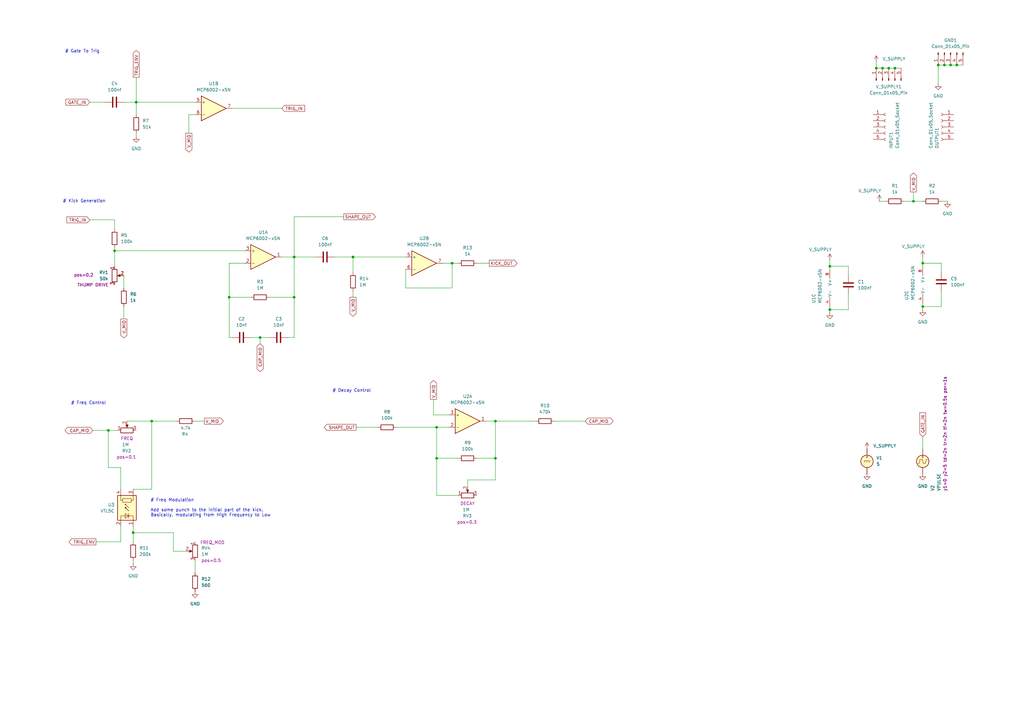
<source format=kicad_sch>
(kicad_sch (version 20231120) (generator "eeschema") (generator_version "8.0")
  (paper "A3")
  (lib_symbols
    (symbol "Amplifier_Operational:MCP6002-xSN" (pin_names (offset 0.127))
      (property "Reference" "U" (at 0 5.08 0))
      (property "Value" "MCP6002-xSN" (at 0 -5.08 0))
      (symbol "MCP6002-xSN_1_1"
        (polyline (pts (xy -5.08 5.08) (xy 5.08 0) (xy -5.08 -5.08) (xy -5.08 5.08)) (stroke (width 0.254)) (fill (type background)))
        (pin output line (at 7.62 0 180) (length 2.54) (name "~") (number "1"))
        (pin input line (at -7.62 -2.54 0) (length 2.54) (name "-") (number "2"))
        (pin input line (at -7.62 2.54 0) (length 2.54) (name "+") (number "3"))
      )
      (symbol "MCP6002-xSN_2_1"
        (polyline (pts (xy -5.08 5.08) (xy 5.08 0) (xy -5.08 -5.08) (xy -5.08 5.08)) (stroke (width 0.254)) (fill (type background)))
        (pin input line (at -7.62 2.54 0) (length 2.54) (name "+") (number "5"))
        (pin input line (at -7.62 -2.54 0) (length 2.54) (name "-") (number "6"))
        (pin output line (at 7.62 0 180) (length 2.54) (name "~") (number "7"))
      )
      (symbol "MCP6002-xSN_3_1"
        (pin power_in line (at -2.54 -7.62 90) (length 3.81) (name "V-") (number "4"))
        (pin power_in line (at -2.54 7.62 270) (length 3.81) (name "V+") (number "8"))
      )
    )
    (symbol "Connector:Conn_01x05_Pin" (pin_names (offset 1.016) hide)
      (property "Reference" "J" (at 0 7.62 0))
      (property "Value" "Conn_01x05_Pin" (at 0 -7.62 0))
      (symbol "Conn_01x05_Pin_1_1"
        (polyline (pts (xy 1.27 -5.08) (xy 0.8636 -5.08)) (stroke (width 0.1524)))
        (polyline (pts (xy 1.27 -2.54) (xy 0.8636 -2.54)) (stroke (width 0.1524)))
        (polyline (pts (xy 1.27 0) (xy 0.8636 0)) (stroke (width 0.1524)))
        (polyline (pts (xy 1.27 2.54) (xy 0.8636 2.54)) (stroke (width 0.1524)))
        (polyline (pts (xy 1.27 5.08) (xy 0.8636 5.08)) (stroke (width 0.1524)))
        (rectangle (start 0.8636 -4.953) (end 0 -5.207) (stroke (width 0.1524)) (fill (type outline)))
        (rectangle (start 0.8636 -2.413) (end 0 -2.667) (stroke (width 0.1524)) (fill (type outline)))
        (rectangle (start 0.8636 0.127) (end 0 -0.127) (stroke (width 0.1524)) (fill (type outline)))
        (rectangle (start 0.8636 2.667) (end 0 2.413) (stroke (width 0.1524)) (fill (type outline)))
        (rectangle (start 0.8636 5.207) (end 0 4.953) (stroke (width 0.1524)) (fill (type outline)))
        (pin passive line (at 5.08 5.08 180) (length 3.81) (name "Pin_1") (number "1"))
        (pin passive line (at 5.08 2.54 180) (length 3.81) (name "Pin_2") (number "2"))
        (pin passive line (at 5.08 0 180) (length 3.81) (name "Pin_3") (number "3"))
        (pin passive line (at 5.08 -2.54 180) (length 3.81) (name "Pin_4") (number "4"))
        (pin passive line (at 5.08 -5.08 180) (length 3.81) (name "Pin_5") (number "5"))
      )
    )
    (symbol "Connector:Conn_01x05_Socket" (pin_names (offset 1.016) hide)
      (property "Reference" "J" (at 0 7.62 0))
      (property "Value" "Conn_01x05_Socket" (at 0 -7.62 0))
      (symbol "Conn_01x05_Socket_1_1"
        (arc (start 0 -4.572) (mid -0.5058 -5.08) (end 0 -5.588) (stroke (width 0.1524)))
        (arc (start 0 -2.032) (mid -0.5058 -2.54) (end 0 -3.048) (stroke (width 0.1524)))
        (polyline (pts (xy -1.27 -5.08) (xy -0.508 -5.08)) (stroke (width 0.1524)))
        (polyline (pts (xy -1.27 -2.54) (xy -0.508 -2.54)) (stroke (width 0.1524)))
        (polyline (pts (xy -1.27 0) (xy -0.508 0)) (stroke (width 0.1524)))
        (polyline (pts (xy -1.27 2.54) (xy -0.508 2.54)) (stroke (width 0.1524)))
        (polyline (pts (xy -1.27 5.08) (xy -0.508 5.08)) (stroke (width 0.1524)))
        (arc (start 0 0.508) (mid -0.5058 0) (end 0 -0.508) (stroke (width 0.1524)))
        (arc (start 0 3.048) (mid -0.5058 2.54) (end 0 2.032) (stroke (width 0.1524)))
        (arc (start 0 5.588) (mid -0.5058 5.08) (end 0 4.572) (stroke (width 0.1524)))
        (pin passive line (at -5.08 5.08 0) (length 3.81) (name "Pin_1") (number "1"))
        (pin passive line (at -5.08 2.54 0) (length 3.81) (name "Pin_2") (number "2"))
        (pin passive line (at -5.08 0 0) (length 3.81) (name "Pin_3") (number "3"))
        (pin passive line (at -5.08 -2.54 0) (length 3.81) (name "Pin_4") (number "4"))
        (pin passive line (at -5.08 -5.08 0) (length 3.81) (name "Pin_5") (number "5"))
      )
    )
    (symbol "Device:C" (pin_numbers hide) (pin_names (offset 0.254))
      (property "Reference" "C" (at 0.635 2.54 0))
      (property "Value" "C" (at 0.635 -2.54 0))
      (symbol "C_0_1"
        (polyline (pts (xy -2.032 -0.762) (xy 2.032 -0.762)) (stroke (width 0.508)))
        (polyline (pts (xy -2.032 0.762) (xy 2.032 0.762)) (stroke (width 0.508)))
      )
      (symbol "C_1_1"
        (pin passive line (at 0 3.81 270) (length 2.794) (name "~") (number "1"))
        (pin passive line (at 0 -3.81 90) (length 2.794) (name "~") (number "2"))
      )
    )
    (symbol "Device:R" (pin_numbers hide) (pin_names (offset 0))
      (property "Reference" "R" (at 2.032 0 90))
      (property "Value" "R" (at 0 0 90))
      (symbol "R_0_1"
        (rectangle (start -1.016 -2.54) (end 1.016 2.54) (stroke (width 0.254)))
      )
      (symbol "R_1_1"
        (pin passive line (at 0 3.81 270) (length 1.27) (name "~") (number "1"))
        (pin passive line (at 0 -3.81 90) (length 1.27) (name "~") (number "2"))
      )
    )
    (symbol "Device:R_Potentiometer" (pin_names (offset 1.016) hide)
      (property "Reference" "RV" (at -4.445 0 90))
      (property "Value" "R_Potentiometer" (at -2.54 0 90))
      (symbol "R_Potentiometer_0_1"
        (polyline (pts (xy 2.54 0) (xy 1.524 0)))
        (polyline (pts (xy 1.143 0) (xy 2.286 0.508) (xy 2.286 -0.508) (xy 1.143 0)) (fill (type outline)))
        (rectangle (start 1.016 2.54) (end -1.016 -2.54) (stroke (width 0.254)))
      )
      (symbol "R_Potentiometer_1_1"
        (pin passive line (at 0 3.81 270) (length 1.27) (name "1") (number "1"))
        (pin passive line (at 3.81 0 180) (length 1.27) (name "2") (number "2"))
        (pin passive line (at 0 -3.81 90) (length 1.27) (name "3") (number "3"))
      )
    )
    (symbol "Isolator:VTL5C" (pin_names (offset 1.016) hide)
      (property "Reference" "U" (at 0 5.08 0))
      (property "Value" "VTL5C" (at 0 -5.08 0))
      (symbol "VTL5C_0_1"
        (rectangle (start -5.08 3.81) (end 5.08 -3.81) (stroke (width 0.254)) (fill (type background)))
        (polyline (pts (xy -4.318 0.762) (xy -2.286 0.762)))
        (polyline (pts (xy -1.27 0.762) (xy 0.254 -0.762)))
        (polyline (pts (xy -1.27 0.762) (xy 0.254 -0.762)))
        (polyline (pts (xy 0 0.762) (xy 1.524 -0.762)))
        (polyline (pts (xy 0.254 -0.254) (xy 0.254 -0.762) (xy -0.254 -0.762)))
        (polyline (pts (xy 0.254 -0.254) (xy 0.254 -0.762) (xy -0.254 -0.762)))
        (polyline (pts (xy 1.524 -0.254) (xy 1.524 -0.762) (xy 1.016 -0.762)))
        (polyline (pts (xy 3.048 -1.778) (xy 3.048 -2.54) (xy 5.08 -2.54)))
        (polyline (pts (xy 3.048 1.778) (xy 3.048 2.54) (xy 5.08 2.54)))
        (polyline (pts (xy -5.08 -2.54) (xy -3.302 -2.54) (xy -3.302 2.54) (xy -5.08 2.54)))
        (rectangle (start 2.286 1.778) (end 3.81 -1.778))
      )
      (symbol "VTL5C_1_1"
        (polyline (pts (xy -4.318 -0.762) (xy -3.302 0.762) (xy -2.286 -0.762) (xy -4.318 -0.762)))
        (pin passive line (at -7.62 2.54 0) (length 2.54) (name "-") (number "1"))
        (pin passive line (at -7.62 -2.54 0) (length 2.54) (name "+") (number "2"))
        (pin passive line (at 7.62 2.54 180) (length 2.54) (name "~") (number "3"))
        (pin passive line (at 7.62 -2.54 180) (length 2.54) (name "~") (number "4"))
      )
    )
    (symbol "Simulation_SPICE:VDC" (pin_numbers hide) (pin_names (offset 0.0254))
      (property "Reference" "V" (at 2.54 2.54 0))
      (property "Value" "1" (at 2.54 0 0))
      (symbol "VDC_0_0"
        (polyline (pts (xy -1.27 0.254) (xy 1.27 0.254)))
        (polyline (pts (xy -0.762 -0.254) (xy -1.27 -0.254)))
        (polyline (pts (xy 0.254 -0.254) (xy -0.254 -0.254)))
        (polyline (pts (xy 1.27 -0.254) (xy 0.762 -0.254)))
        (text "+" (at 0 1.905 0) (effects (font (size 1.27 1.27))))
      )
      (symbol "VDC_0_1"
        (circle (center 0 0) (radius 2.54) (stroke (width 0.254)) (fill (type background)))
      )
      (symbol "VDC_1_1"
        (pin passive line (at 0 5.08 270) (length 2.54) (name "~") (number "1"))
        (pin passive line (at 0 -5.08 90) (length 2.54) (name "~") (number "2"))
      )
    )
    (symbol "Simulation_SPICE:VPULSE" (pin_numbers hide) (pin_names (offset 0.0254))
      (property "Reference" "V" (at 2.54 2.54 0))
      (property "Value" "VPULSE" (at 2.54 0 0))
      (property "Sim.Params" "y1=0 y2=1 td=2n tr=2n tf=2n tw=50n per=100n" (at 2.54 -2.54 0))
      (symbol "VPULSE_0_0"
        (polyline (pts (xy -2.032 -0.762) (xy -1.397 -0.762) (xy -1.143 0.762) (xy -0.127 0.762) (xy 0.127 -0.762) (xy 1.143 -0.762) (xy 1.397 0.762) (xy 2.032 0.762)))
        (text "+" (at 0 1.905 0) (effects (font (size 1.27 1.27))))
      )
      (symbol "VPULSE_0_1"
        (circle (center 0 0) (radius 2.54) (stroke (width 0.254)) (fill (type background)))
      )
      (symbol "VPULSE_1_1"
        (pin passive line (at 0 5.08 270) (length 2.54) (name "~") (number "1"))
        (pin passive line (at 0 -5.08 90) (length 2.54) (name "~") (number "2"))
      )
    )
    (symbol "power:+5V" (power) (pin_numbers hide) (pin_names (offset 0) hide)
      (property "Value" "+5V" (at 0 3.556 0))
      (symbol "+5V_0_1"
        (polyline (pts (xy -0.762 1.27) (xy 0 2.54)))
        (polyline (pts (xy 0 0) (xy 0 2.54)))
        (polyline (pts (xy 0 2.54) (xy 0.762 1.27)))
      )
      (symbol "+5V_1_1"
        (pin power_in line (at 0 0 90) (length 0) (name "~") (number "1"))
      )
    )
    (symbol "power:GND" (power) (pin_numbers hide) (pin_names (offset 0) hide)
      (property "Value" "GND" (at 0 -3.81 0))
      (symbol "GND_0_1"
        (polyline (pts (xy 0 0) (xy 0 -1.27) (xy 1.27 -1.27) (xy 0 -2.54) (xy -1.27 -1.27) (xy 0 -1.27)))
      )
      (symbol "GND_1_1"
        (pin power_in line (at 0 0 270) (length 0) (name "~") (number "1"))
      )
    )
  )
  (junction (at 361.95 27.94))
  (junction (at 46.99 102.87))
  (junction (at 179.07 175.26))
  (junction (at 120.65 121.92))
  (junction (at 387.35 26.67))
  (junction (at 44.45 176.53))
  (junction (at 55.88 41.91))
  (junction (at 378.46 125.73))
  (junction (at 54.61 218.44))
  (junction (at 359.41 27.94))
  (junction (at 367.03 27.94))
  (junction (at 392.43 26.67))
  (junction (at 374.65 82.55))
  (junction (at 62.23 172.72))
  (junction (at 340.36 127))
  (junction (at 120.65 105.41))
  (junction (at 179.07 187.96))
  (junction (at 93.98 121.92))
  (junction (at 389.89 26.67))
  (junction (at 144.78 105.41))
  (junction (at 106.68 138.43))
  (junction (at 203.2 187.96))
  (junction (at 185.42 107.95))
  (junction (at 378.46 107.95))
  (junction (at 340.36 109.22))
  (junction (at 364.49 27.94))
  (junction (at 203.2 172.72))
  (junction (at 384.81 26.67))
  (wire (pts (xy 199.39 172.72) (xy 203.2 172.72)))
  (wire (pts (xy 93.98 138.43) (xy 93.98 121.92)))
  (wire (pts (xy 166.37 118.11) (xy 166.37 110.49)))
  (wire (pts (xy 187.96 107.95) (xy 185.42 107.95)))
  (wire (pts (xy 95.25 138.43) (xy 93.98 138.43)))
  (wire (pts (xy 378.46 105.41) (xy 378.46 107.95)))
  (wire (pts (xy 49.53 191.77) (xy 44.45 191.77)))
  (wire (pts (xy 62.23 200.66) (xy 62.23 172.72)))
  (wire (pts (xy 80.01 41.91) (xy 55.88 41.91)))
  (wire (pts (xy 54.61 218.44) (xy 54.61 222.25)))
  (wire (pts (xy 71.12 226.06) (xy 71.12 218.44)))
  (wire (pts (xy 378.46 125.73) (xy 378.46 124.46)))
  (wire (pts (xy 191.77 196.85) (xy 203.2 196.85)))
  (wire (pts (xy 179.07 203.2) (xy 179.07 187.96)))
  (wire (pts (xy 179.07 175.26) (xy 184.15 175.26)))
  (wire (pts (xy 54.61 231.14) (xy 54.61 229.87)))
  (wire (pts (xy 185.42 107.95) (xy 185.42 118.11)))
  (wire (pts (xy 46.99 90.17) (xy 46.99 93.98)))
  (wire (pts (xy 100.33 102.87) (xy 46.99 102.87)))
  (wire (pts (xy 367.03 27.94) (xy 369.57 27.94)))
  (wire (pts (xy 80.01 229.87) (xy 80.01 234.95)))
  (wire (pts (xy 102.87 121.92) (xy 93.98 121.92)))
  (wire (pts (xy 80.01 172.72) (xy 83.82 172.72)))
  (wire (pts (xy 195.58 187.96) (xy 203.2 187.96)))
  (wire (pts (xy 120.65 105.41) (xy 120.65 121.92)))
  (wire (pts (xy 55.88 55.88) (xy 55.88 54.61)))
  (wire (pts (xy 359.41 27.94) (xy 361.95 27.94)))
  (wire (pts (xy 118.11 138.43) (xy 120.65 138.43)))
  (wire (pts (xy 347.98 113.03) (xy 347.98 109.22)))
  (wire (pts (xy 378.46 127) (xy 378.46 125.73)))
  (wire (pts (xy 46.99 101.6) (xy 46.99 102.87)))
  (wire (pts (xy 110.49 121.92) (xy 120.65 121.92)))
  (wire (pts (xy 80.01 46.99) (xy 77.47 46.99)))
  (wire (pts (xy 120.65 121.92) (xy 120.65 138.43)))
  (wire (pts (xy 392.43 26.67) (xy 394.97 26.67)))
  (wire (pts (xy 340.36 106.68) (xy 340.36 109.22)))
  (wire (pts (xy 374.65 78.74) (xy 374.65 82.55)))
  (wire (pts (xy 95.25 44.45) (xy 115.57 44.45)))
  (wire (pts (xy 374.65 82.55) (xy 378.46 82.55)))
  (wire (pts (xy 36.83 41.91) (xy 43.18 41.91)))
  (wire (pts (xy 364.49 27.94) (xy 367.03 27.94)))
  (wire (pts (xy 54.61 215.9) (xy 54.61 218.44)))
  (wire (pts (xy 38.1 176.53) (xy 44.45 176.53)))
  (wire (pts (xy 203.2 172.72) (xy 219.71 172.72)))
  (wire (pts (xy 384.81 26.67) (xy 387.35 26.67)))
  (wire (pts (xy 388.62 82.55) (xy 386.08 82.55)))
  (wire (pts (xy 106.68 140.97) (xy 106.68 138.43)))
  (wire (pts (xy 200.66 107.95) (xy 195.58 107.95)))
  (wire (pts (xy 191.77 199.39) (xy 191.77 196.85)))
  (wire (pts (xy 384.81 26.67) (xy 384.81 34.29)))
  (wire (pts (xy 360.68 82.55) (xy 363.22 82.55)))
  (wire (pts (xy 378.46 179.07) (xy 378.46 184.15)))
  (wire (pts (xy 44.45 176.53) (xy 48.26 176.53)))
  (wire (pts (xy 359.41 27.94) (xy 359.41 25.4)))
  (wire (pts (xy 347.98 109.22) (xy 340.36 109.22)))
  (wire (pts (xy 49.53 200.66) (xy 49.53 191.77)))
  (wire (pts (xy 340.36 128.27) (xy 340.36 127)))
  (wire (pts (xy 120.65 105.41) (xy 129.54 105.41)))
  (wire (pts (xy 49.53 215.9) (xy 49.53 222.25)))
  (wire (pts (xy 100.33 107.95) (xy 93.98 107.95)))
  (wire (pts (xy 203.2 187.96) (xy 203.2 172.72)))
  (wire (pts (xy 203.2 196.85) (xy 203.2 187.96)))
  (wire (pts (xy 77.47 46.99) (xy 77.47 54.61)))
  (wire (pts (xy 71.12 218.44) (xy 54.61 218.44)))
  (wire (pts (xy 386.08 119.38) (xy 386.08 125.73)))
  (wire (pts (xy 340.36 127) (xy 340.36 125.73)))
  (wire (pts (xy 54.61 200.66) (xy 62.23 200.66)))
  (wire (pts (xy 179.07 187.96) (xy 179.07 175.26)))
  (wire (pts (xy 347.98 120.65) (xy 347.98 127)))
  (wire (pts (xy 386.08 107.95) (xy 378.46 107.95)))
  (wire (pts (xy 386.08 111.76) (xy 386.08 107.95)))
  (wire (pts (xy 389.89 26.67) (xy 392.43 26.67)))
  (wire (pts (xy 146.05 175.26) (xy 154.94 175.26)))
  (wire (pts (xy 50.8 41.91) (xy 55.88 41.91)))
  (wire (pts (xy 120.65 88.9) (xy 120.65 105.41)))
  (wire (pts (xy 115.57 105.41) (xy 120.65 105.41)))
  (wire (pts (xy 50.8 130.81) (xy 50.8 125.73)))
  (wire (pts (xy 50.8 113.03) (xy 50.8 118.11)))
  (wire (pts (xy 227.33 172.72) (xy 240.03 172.72)))
  (wire (pts (xy 162.56 175.26) (xy 179.07 175.26)))
  (wire (pts (xy 46.99 102.87) (xy 46.99 109.22)))
  (wire (pts (xy 120.65 88.9) (xy 140.97 88.9)))
  (wire (pts (xy 52.07 172.72) (xy 62.23 172.72)))
  (wire (pts (xy 177.8 170.18) (xy 177.8 163.83)))
  (wire (pts (xy 71.12 226.06) (xy 76.2 226.06)))
  (wire (pts (xy 386.08 125.73) (xy 378.46 125.73)))
  (wire (pts (xy 144.78 121.92) (xy 144.78 119.38)))
  (wire (pts (xy 39.37 222.25) (xy 49.53 222.25)))
  (wire (pts (xy 55.88 31.75) (xy 55.88 41.91)))
  (wire (pts (xy 340.36 109.22) (xy 340.36 110.49)))
  (wire (pts (xy 361.95 27.94) (xy 364.49 27.94)))
  (wire (pts (xy 93.98 107.95) (xy 93.98 121.92)))
  (wire (pts (xy 347.98 127) (xy 340.36 127)))
  (wire (pts (xy 62.23 172.72) (xy 72.39 172.72)))
  (wire (pts (xy 370.84 82.55) (xy 374.65 82.55)))
  (wire (pts (xy 185.42 118.11) (xy 166.37 118.11)))
  (wire (pts (xy 137.16 105.41) (xy 144.78 105.41)))
  (wire (pts (xy 44.45 191.77) (xy 44.45 176.53)))
  (wire (pts (xy 181.61 107.95) (xy 185.42 107.95)))
  (wire (pts (xy 144.78 105.41) (xy 144.78 111.76)))
  (wire (pts (xy 55.88 41.91) (xy 55.88 46.99)))
  (wire (pts (xy 184.15 170.18) (xy 177.8 170.18)))
  (wire (pts (xy 102.87 138.43) (xy 106.68 138.43)))
  (wire (pts (xy 144.78 105.41) (xy 166.37 105.41)))
  (wire (pts (xy 187.96 203.2) (xy 179.07 203.2)))
  (wire (pts (xy 106.68 138.43) (xy 110.49 138.43)))
  (wire (pts (xy 378.46 107.95) (xy 378.46 109.22)))
  (wire (pts (xy 387.35 26.67) (xy 389.89 26.67)))
  (wire (pts (xy 36.83 90.17) (xy 46.99 90.17)))
  (wire (pts (xy 187.96 187.96) (xy 179.07 187.96)))
  (text "# Decay Control" (at 144.272 160.274 0) (effects (font (size 1.27 1.27))))
  (text "# Gate To Trig" (at 33.782 21.082 0) (effects (font (size 1.27 1.27))))
  (text "# Freq Control" (at 36.322 165.354 0) (effects (font (size 1.27 1.27))))
  (text "# Kick Generation" (at 34.544 82.55 0) (effects (font (size 1.27 1.27))))
  (text "# Freq Modulation\n\nAdd some punch to the initial part of the kick.\nBasically, modulating from High Frequency to Low" (at 61.722 208.28 0) (effects (font (size 1.27 1.27)) (justify left)))
  (global_label "GATE_IN" (shape input) (at 36.83 41.91 180) (property "Intersheetrefs" "${INTERSHEET_REFS}" (effects (hide yes))))
  (global_label "V_MID" (shape output) (at 83.82 172.72 0) (property "Intersheetrefs" "${INTERSHEET_REFS}" (effects (hide yes))))
  (global_label "KICK_OUT" (shape output) (at 200.66 107.95 0) (property "Intersheetrefs" "${INTERSHEET_REFS}" (effects (hide yes))))
  (global_label "GATE_IN" (shape input) (at 378.46 179.07 90) (property "Intersheetrefs" "${INTERSHEET_REFS}" (effects (hide yes))))
  (global_label "V_MID" (shape output) (at 50.8 130.81 270) (property "Intersheetrefs" "${INTERSHEET_REFS}" (effects (hide yes))))
  (global_label "CAP_MID" (shape bidirectional) (at 106.68 140.97 270) (property "Intersheetrefs" "${INTERSHEET_REFS}" (effects (hide yes))))
  (global_label "TRIG_IN" (shape input) (at 36.83 90.17 180) (property "Intersheetrefs" "${INTERSHEET_REFS}" (effects (hide yes))))
  (global_label "SHAPE_OUT" (shape output) (at 140.97 88.9 0) (property "Intersheetrefs" "${INTERSHEET_REFS}" (effects (hide yes))))
  (global_label "V_MID" (shape output) (at 177.8 163.83 90) (property "Intersheetrefs" "${INTERSHEET_REFS}" (effects (hide yes))))
  (global_label "CAP_MID" (shape bidirectional) (at 38.1 176.53 180) (property "Intersheetrefs" "${INTERSHEET_REFS}" (effects (hide yes))))
  (global_label "SHAPE_OUT" (shape output) (at 146.05 175.26 180) (property "Intersheetrefs" "${INTERSHEET_REFS}" (effects (hide yes))))
  (global_label "V_MID" (shape output) (at 144.78 121.92 270) (property "Intersheetrefs" "${INTERSHEET_REFS}" (effects (hide yes))))
  (global_label "TRIG_ENV" (shape output) (at 55.88 31.75 90) (property "Intersheetrefs" "${INTERSHEET_REFS}" (effects (hide yes))))
  (global_label "CAP_MID" (shape bidirectional) (at 240.03 172.72 0) (property "Intersheetrefs" "${INTERSHEET_REFS}" (effects (hide yes))))
  (global_label "TRIG_IN" (shape input) (at 115.57 44.45 0) (property "Intersheetrefs" "${INTERSHEET_REFS}" (effects (hide yes))))
  (global_label "V_MID" (shape output) (at 374.65 78.74 90) (property "Intersheetrefs" "${INTERSHEET_REFS}" (effects (hide yes))))
  (global_label "TRIG_ENV" (shape output) (at 39.37 222.25 180) (property "Intersheetrefs" "${INTERSHEET_REFS}" (effects (hide yes))))
  (global_label "V_MID" (shape output) (at 77.47 54.61 270) (property "Intersheetrefs" "${INTERSHEET_REFS}" (effects (hide yes))))
  (symbol (lib_id "Device:R") (at 55.88 50.8 0) (unit 1)
    (property "Reference" "R7" (at 58.42 49.5299 0) (effects (justify left)))
    (property "Value" "51k" (at 58.42 52.0699 0) (effects (justify left)))
    (property "Description" "Resistor" (effects (hide yes)))
  )
  (symbol (lib_id "Device:R") (at 367.03 82.55 90) (unit 1)
    (property "Reference" "R1" (at 367.03 76.2 90))
    (property "Value" "1k" (at 367.03 78.74 90))
    (property "Description" "Resistor" (effects (hide yes)))
  )
  (symbol (lib_id "Device:R") (at 158.75 175.26 90) (unit 1)
    (property "Reference" "R8" (at 158.75 168.91 90))
    (property "Value" "100k" (at 158.75 171.45 90))
    (property "Description" "Resistor" (effects (hide yes)))
  )
  (symbol (lib_id "power:GND") (at 54.61 231.14 0) (unit 1)
    (property "Reference" "#PWR013" (effects (hide yes)))
    (property "Value" "GND" (at 54.61 236.22 0))
    (property "Description" "Power symbol creates a global label with name \"GND\" , ground" (effects (hide yes)))
  )
  (symbol (lib_id "Simulation_SPICE:VDC") (at 355.6 189.23 0) (unit 1) (on_board no)
    (property "Reference" "V1" (at 359.41 187.8301 0) (effects (justify left)))
    (property "Value" "5" (at 359.41 190.3701 0) (effects (justify left)))
    (property "Datasheet" "https://ngspice.sourceforge.io/docs/ngspice-html-manual/manual.xhtml#sec_Independent_Sources_for" (effects (hide yes)))
    (property "Description" "Voltage source, DC" (effects (hide yes)))
    (property "Sim.Pins" "1=+ 2=-" (effects (hide yes)))
    (property "Sim.Type" "DC" (effects (hide yes)))
    (property "Sim.Device" "V" (effects (hide yes)))
  )
  (symbol (lib_id "Connector:Conn_01x05_Pin") (at 364.49 33.02 90) (unit 1) (exclude_from_sim yes)
    (property "Reference" "V_SUPPLY1" (at 364.49 35.56 90))
    (property "Value" "Conn_01x05_Pin" (at 364.49 38.1 90))
    (property "Footprint" "BreadModular_MISC:Power_Connector" (effects (hide yes)))
    (property "Description" "Generic connector, single row, 01x05, script generated" (effects (hide yes)))
  )
  (symbol (lib_id "Device:R") (at 106.68 121.92 90) (unit 1)
    (property "Reference" "R3" (at 106.68 115.57 90))
    (property "Value" "1M" (at 106.68 118.11 90))
    (property "Description" "Resistor" (effects (hide yes)))
  )
  (symbol (lib_id "Device:R_Potentiometer") (at 191.77 203.2 90) (unit 1)
    (property "Reference" "RV3" (at 189.738 211.582 90) (effects (justify right)))
    (property "Value" "1M" (at 189.738 209.042 90) (effects (justify right)))
    (property "Description" "Potentiometer" (effects (hide yes)))
    (property "Comment" "DECAY" (at 191.77 206.502 90))
    (property "Sim.Device" "R" (effects (hide yes)))
    (property "Sim.Type" "POT" (effects (hide yes)))
    (property "Sim.Pins" "1=r0 2=wiper 3=r1" (effects (hide yes)))
    (property "Sim.Params" "pos=0.3" (at 191.516 214.122 90))
  )
  (symbol (lib_id "power:+5V") (at 355.6 184.15 0) (unit 1)
    (property "Reference" "#PWR02" (effects (hide yes)))
    (property "Value" "V_SUPPLY" (at 358.14 182.8799 0) (effects (justify left)))
    (property "Description" "Power symbol creates a global label with name \"+5V\"" (effects (hide yes)))
  )
  (symbol (lib_id "power:+5V") (at 378.46 105.41 0) (unit 1)
    (property "Reference" "#PWR011" (effects (hide yes)))
    (property "Value" "V_SUPPLY" (at 369.824 101.092 0) (effects (justify left)))
    (property "Description" "Power symbol creates a global label with name \"+5V\"" (effects (hide yes)))
  )
  (symbol (lib_id "Device:R") (at 46.99 97.79 0) (unit 1)
    (property "Reference" "R5" (at 49.53 96.5199 0) (effects (justify left)))
    (property "Value" "100k" (at 49.53 99.0599 0) (effects (justify left)))
    (property "Description" "Resistor" (effects (hide yes)))
  )
  (symbol (lib_id "power:+5V") (at 340.36 106.68 0) (unit 1)
    (property "Reference" "#PWR08" (effects (hide yes)))
    (property "Value" "V_SUPPLY" (at 331.724 102.362 0) (effects (justify left)))
    (property "Description" "Power symbol creates a global label with name \"+5V\"" (effects (hide yes)))
  )
  (symbol (lib_id "power:+5V") (at 359.41 25.4 0) (unit 1)
    (property "Reference" "#PWR01" (effects (hide yes)))
    (property "Value" "V_SUPPLY" (at 361.95 24.1299 0) (effects (justify left)))
    (property "Description" "Power symbol creates a global label with name \"+5V\"" (effects (hide yes)))
  )
  (symbol (lib_id "power:GND") (at 384.81 34.29 0) (unit 1)
    (property "Reference" "#PWR05" (effects (hide yes)))
    (property "Value" "GND" (at 384.81 39.37 0))
    (property "Description" "Power symbol creates a global label with name \"GND\" , ground" (effects (hide yes)))
  )
  (symbol (lib_id "Amplifier_Operational:MCP6002-xSN") (at 342.9 118.11 0) (unit 3)
    (property "Reference" "U1" (at 333.756 124.46 90) (effects (justify left)))
    (property "Value" "MCP6002-xSN" (at 336.296 124.46 90) (effects (justify left)))
    (property "Datasheet" "http://ww1.microchip.com/downloads/en/DeviceDoc/21733j.pdf" (effects (hide yes)))
    (property "Description" "1MHz, Low-Power Op Amp, SOIC-8" (effects (hide yes)))
    (property "Sim.Library" "${KICAD8_SYMBOL_DIR}/Simulation_SPICE.sp" (effects (hide yes)))
    (property "Sim.Name" "kicad_builtin_opamp_dual" (effects (hide yes)))
    (property "Sim.Device" "SUBCKT" (effects (hide yes)))
    (property "Sim.Pins" "1=out1 2=in1- 3=in1+ 4=vee 5=in2+ 6=in2- 7=out2 8=vcc" (effects (hide yes)))
  )
  (symbol (lib_id "Device:R") (at 144.78 115.57 180) (unit 1)
    (property "Reference" "R14" (at 147.32 114.2999 0) (effects (justify right)))
    (property "Value" "1M" (at 147.32 116.8399 0) (effects (justify right)))
    (property "Description" "Resistor" (effects (hide yes)))
  )
  (symbol (lib_id "Device:R") (at 223.52 172.72 90) (unit 1)
    (property "Reference" "R10" (at 223.52 166.37 90))
    (property "Value" "470k" (at 223.52 168.91 90))
    (property "Description" "Resistor" (effects (hide yes)))
  )
  (symbol (lib_id "Device:C") (at 114.3 138.43 90) (unit 1)
    (property "Reference" "C3" (at 114.3 130.81 90))
    (property "Value" "10nf" (at 114.3 133.35 90))
    (property "Description" "Unpolarized capacitor" (effects (hide yes)))
  )
  (symbol (lib_id "Device:R") (at 191.77 187.96 90) (unit 1)
    (property "Reference" "R9" (at 191.77 181.61 90))
    (property "Value" "100k" (at 191.77 184.15 90))
    (property "Description" "Resistor" (effects (hide yes)))
  )
  (symbol (lib_id "Device:C") (at 386.08 115.57 0) (unit 1)
    (property "Reference" "C5" (at 389.89 114.2999 0) (effects (justify left)))
    (property "Value" "100nf" (at 389.89 116.8399 0) (effects (justify left)))
    (property "Description" "Unpolarized capacitor" (effects (hide yes)))
  )
  (symbol (lib_id "Device:C") (at 347.98 116.84 0) (unit 1)
    (property "Reference" "C1" (at 351.79 115.5699 0) (effects (justify left)))
    (property "Value" "100nf" (at 351.79 118.1099 0) (effects (justify left)))
    (property "Description" "Unpolarized capacitor" (effects (hide yes)))
  )
  (symbol (lib_id "power:GND") (at 80.01 242.57 0) (unit 1)
    (property "Reference" "#PWR014" (effects (hide yes)))
    (property "Value" "GND" (at 80.01 247.65 0))
    (property "Description" "Power symbol creates a global label with name \"GND\" , ground" (effects (hide yes)))
  )
  (symbol (lib_id "power:GND") (at 55.88 55.88 0) (unit 1)
    (property "Reference" "#PWR010" (effects (hide yes)))
    (property "Value" "GND" (at 55.88 60.96 0))
    (property "Description" "Power symbol creates a global label with name \"GND\" , ground" (effects (hide yes)))
  )
  (symbol (lib_id "power:GND") (at 378.46 127 0) (unit 1)
    (property "Reference" "#PWR012" (effects (hide yes)))
    (property "Value" "GND" (at 378.46 132.08 0))
    (property "Description" "Power symbol creates a global label with name \"GND\" , ground" (effects (hide yes)))
  )
  (symbol (lib_id "power:GND") (at 355.6 194.31 0) (unit 1)
    (property "Reference" "#PWR03" (effects (hide yes)))
    (property "Value" "GND" (at 355.6 199.39 0))
    (property "Description" "Power symbol creates a global label with name \"GND\" , ground" (effects (hide yes)))
  )
  (symbol (lib_id "Device:C") (at 99.06 138.43 90) (unit 1)
    (property "Reference" "C2" (at 99.06 130.81 90))
    (property "Value" "10nf" (at 99.06 133.35 90))
    (property "Description" "Unpolarized capacitor" (effects (hide yes)))
  )
  (symbol (lib_id "Device:C") (at 46.99 41.91 90) (unit 1)
    (property "Reference" "C4" (at 46.99 34.29 90))
    (property "Value" "100nf" (at 46.99 36.83 90))
    (property "Description" "Unpolarized capacitor" (effects (hide yes)))
  )
  (symbol (lib_id "Amplifier_Operational:MCP6002-xSN") (at 381 116.84 0) (unit 3)
    (property "Reference" "U2" (at 371.856 123.19 90) (effects (justify left)))
    (property "Value" "MCP6002-xSN" (at 374.396 123.19 90) (effects (justify left)))
    (property "Datasheet" "http://ww1.microchip.com/downloads/en/DeviceDoc/21733j.pdf" (effects (hide yes)))
    (property "Description" "1MHz, Low-Power Op Amp, SOIC-8" (effects (hide yes)))
    (property "Sim.Library" "${KICAD8_SYMBOL_DIR}/Simulation_SPICE.sp" (effects (hide yes)))
    (property "Sim.Name" "kicad_builtin_opamp_dual" (effects (hide yes)))
    (property "Sim.Device" "SUBCKT" (effects (hide yes)))
    (property "Sim.Pins" "1=out1 2=in1- 3=in1+ 4=vee 5=in2+ 6=in2- 7=out2 8=vcc" (effects (hide yes)))
  )
  (symbol (lib_id "Amplifier_Operational:MCP6002-xSN") (at 87.63 44.45 0) (unit 2)
    (property "Reference" "U1" (at 87.63 34.29 0))
    (property "Value" "MCP6002-xSN" (at 87.63 36.83 0))
    (property "Datasheet" "http://ww1.microchip.com/downloads/en/DeviceDoc/21733j.pdf" (effects (hide yes)))
    (property "Description" "1MHz, Low-Power Op Amp, SOIC-8" (effects (hide yes)))
    (property "Sim.Library" "${KICAD8_SYMBOL_DIR}/Simulation_SPICE.sp" (effects (hide yes)))
    (property "Sim.Name" "kicad_builtin_opamp_dual" (effects (hide yes)))
    (property "Sim.Device" "SUBCKT" (effects (hide yes)))
    (property "Sim.Pins" "1=out1 2=in1- 3=in1+ 4=vee 5=in2+ 6=in2- 7=out2 8=vcc" (effects (hide yes)))
  )
  (symbol (lib_id "Device:R") (at 191.77 107.95 90) (unit 1)
    (property "Reference" "R13" (at 191.77 101.6 90))
    (property "Value" "1k" (at 191.77 104.14 90))
    (property "Description" "Resistor" (effects (hide yes)))
  )
  (symbol (lib_id "Connector:Conn_01x05_Socket") (at 386.08 52.07 0) (mirror y) (unit 1) (exclude_from_sim yes)
    (property "Reference" "OUTPUT1" (at 384.302 60.96 90) (effects (justify left)))
    (property "Value" "Conn_01x05_Socket" (at 381.762 60.96 90) (effects (justify left)))
    (property "Footprint" "Connector_PinSocket_2.54mm:PinSocket_1x05_P2.54mm_Vertical" (effects (hide yes)))
    (property "Description" "Generic connector, single row, 01x05, script generated" (effects (hide yes)))
  )
  (symbol (lib_id "Device:R_Potentiometer") (at 52.07 176.53 90) (unit 1)
    (property "Reference" "RV2" (at 50.038 184.912 90) (effects (justify right)))
    (property "Value" "1M" (at 50.038 182.372 90) (effects (justify right)))
    (property "Description" "Potentiometer" (effects (hide yes)))
    (property "Comment" "FREQ" (at 52.07 179.832 90))
    (property "Sim.Device" "R" (effects (hide yes)))
    (property "Sim.Type" "POT" (effects (hide yes)))
    (property "Sim.Pins" "1=r0 2=wiper 3=r1" (effects (hide yes)))
    (property "Sim.Params" "pos=0.1" (at 51.816 187.452 90))
  )
  (symbol (lib_id "Isolator:VTL5C") (at 52.07 208.28 270) (mirror x) (unit 1) (exclude_from_sim yes)
    (property "Reference" "U3" (at 46.99 207.0099 90) (effects (justify right)))
    (property "Value" "VTL5C" (at 46.99 209.5499 90) (effects (justify right)))
    (property "Footprint" "OptoDevice:PerkinElmer_VTL5C" (effects (hide yes)))
    (property "Datasheet" "http://www.qsl.net/wa1ion/vactrol/vactrol.pdf" (effects (hide yes)))
    (property "Description" "Low Cost Axial Vactrols" (effects (hide yes)))
    (property "Sim.Library" "/Users/arunoda/data/projects/kicad-splice-models/VTL5C.lib" (effects (hide yes)))
    (property "Sim.Name" "VTL5C" (effects (hide yes)))
    (property "Sim.Device" "SUBCKT" (effects (hide yes)))
    (property "Sim.Pins" "1=2 2=1 3=3 4=4" (effects (hide yes)))
  )
  (symbol (lib_id "Amplifier_Operational:MCP6002-xSN") (at 173.99 107.95 0) (unit 2)
    (property "Reference" "U2" (at 173.99 97.79 0))
    (property "Value" "MCP6002-xSN" (at 173.99 100.33 0))
    (property "Datasheet" "http://ww1.microchip.com/downloads/en/DeviceDoc/21733j.pdf" (effects (hide yes)))
    (property "Description" "1MHz, Low-Power Op Amp, SOIC-8" (effects (hide yes)))
    (property "Sim.Library" "${KICAD8_SYMBOL_DIR}/Simulation_SPICE.sp" (effects (hide yes)))
    (property "Sim.Name" "kicad_builtin_opamp_dual" (effects (hide yes)))
    (property "Sim.Device" "SUBCKT" (effects (hide yes)))
    (property "Sim.Pins" "1=out1 2=in1- 3=in1+ 4=vee 5=in2+ 6=in2- 7=out2 8=vcc" (effects (hide yes)))
  )
  (symbol (lib_id "Device:R") (at 50.8 121.92 0) (unit 1)
    (property "Reference" "R6" (at 53.34 120.6499 0) (effects (justify left)))
    (property "Value" "1k" (at 53.34 123.1899 0) (effects (justify left)))
    (property "Description" "Resistor" (effects (hide yes)))
  )
  (symbol (lib_id "Device:R_Potentiometer") (at 46.99 113.03 0) (unit 1)
    (property "Reference" "RV1" (at 44.45 111.7599 0) (effects (justify right)))
    (property "Value" "50k" (at 44.45 114.2999 0) (effects (justify right)))
    (property "Description" "Potentiometer" (effects (hide yes)))
    (property "Comment" "THUMP DRIVE" (at 38.1 116.84 0))
    (property "Sim.Device" "R" (effects (hide yes)))
    (property "Sim.Type" "POT" (effects (hide yes)))
    (property "Sim.Pins" "1=r0 2=wiper 3=r1" (effects (hide yes)))
    (property "Sim.Params" "pos=0.2" (at 34.29 112.776 0))
  )
  (symbol (lib_id "power:GND") (at 388.62 82.55 0) (unit 1)
    (property "Reference" "#PWR07" (effects (hide yes)))
    (property "Value" "GND" (at 388.62 87.63 0))
    (property "Description" "Power symbol creates a global label with name \"GND\" , ground" (effects (hide yes)))
  )
  (symbol (lib_id "Device:C") (at 133.35 105.41 90) (unit 1)
    (property "Reference" "C6" (at 133.35 97.79 90))
    (property "Value" "100nf" (at 133.35 100.33 90))
    (property "Description" "Unpolarized capacitor" (effects (hide yes)))
  )
  (symbol (lib_id "Device:R") (at 382.27 82.55 90) (unit 1)
    (property "Reference" "R2" (at 382.27 76.2 90))
    (property "Value" "1k" (at 382.27 78.74 90))
    (property "Description" "Resistor" (effects (hide yes)))
  )
  (symbol (lib_id "Connector:Conn_01x05_Socket") (at 363.22 52.07 0) (unit 1) (exclude_from_sim yes)
    (property "Reference" "INPUT1" (at 365.506 60.96 90) (effects (justify left)))
    (property "Value" "Conn_01x05_Socket" (at 368.046 60.96 90) (effects (justify left)))
    (property "Footprint" "Connector_PinSocket_2.54mm:PinSocket_1x05_P2.54mm_Vertical" (effects (hide yes)))
    (property "Description" "Generic connector, single row, 01x05, script generated" (effects (hide yes)))
  )
  (symbol (lib_id "Amplifier_Operational:MCP6002-xSN") (at 107.95 105.41 0) (unit 1)
    (property "Reference" "U1" (at 107.95 95.25 0))
    (property "Value" "MCP6002-xSN" (at 107.95 97.79 0))
    (property "Datasheet" "http://ww1.microchip.com/downloads/en/DeviceDoc/21733j.pdf" (effects (hide yes)))
    (property "Description" "1MHz, Low-Power Op Amp, SOIC-8" (effects (hide yes)))
    (property "Sim.Library" "${KICAD8_SYMBOL_DIR}/Simulation_SPICE.sp" (effects (hide yes)))
    (property "Sim.Name" "kicad_builtin_opamp_dual" (effects (hide yes)))
    (property "Sim.Device" "SUBCKT" (effects (hide yes)))
    (property "Sim.Pins" "1=out1 2=in1- 3=in1+ 4=vee 5=in2+ 6=in2- 7=out2 8=vcc" (effects (hide yes)))
  )
  (symbol (lib_id "Simulation_SPICE:VPULSE") (at 378.46 189.23 0) (unit 1)
    (property "Reference" "V2" (at 382.524 201.422 90) (effects (justify left)))
    (property "Value" "VPULSE" (at 385.064 201.422 90) (effects (justify left)))
    (property "Datasheet" "https://ngspice.sourceforge.io/docs/ngspice-html-manual/manual.xhtml#sec_Independent_Sources_for" (effects (hide yes)))
    (property "Description" "Voltage source, pulse" (effects (hide yes)))
    (property "Sim.Pins" "1=+ 2=-" (effects (hide yes)))
    (property "Sim.Type" "PULSE" (effects (hide yes)))
    (property "Sim.Device" "V" (effects (hide yes)))
    (property "Sim.Params" "y1=0 y2=5 td=2n tr=2n tf=2n tw=0.5s per=1s" (at 387.604 201.422 90) (effects (justify left)))
  )
  (symbol (lib_id "Device:R") (at 54.61 226.06 0) (unit 1)
    (property "Reference" "R11" (at 57.15 224.7899 0) (effects (justify left)))
    (property "Value" "200k" (at 57.15 227.3299 0) (effects (justify left)))
    (property "Description" "Resistor" (effects (hide yes)))
  )
  (symbol (lib_id "Device:R") (at 76.2 172.72 90) (unit 1)
    (property "Reference" "R4" (at 77.216 178.054 90) (effects (justify left)))
    (property "Value" "4.7k" (at 78.232 175.514 90) (effects (justify left)))
    (property "Description" "Resistor" (effects (hide yes)))
  )
  (symbol (lib_id "power:GND") (at 340.36 128.27 0) (unit 1)
    (property "Reference" "#PWR09" (effects (hide yes)))
    (property "Value" "GND" (at 340.36 133.35 0))
    (property "Description" "Power symbol creates a global label with name \"GND\" , ground" (effects (hide yes)))
  )
  (symbol (lib_id "Amplifier_Operational:MCP6002-xSN") (at 191.77 172.72 0) (unit 1)
    (property "Reference" "U2" (at 191.77 162.56 0))
    (property "Value" "MCP6002-xSN" (at 191.77 165.1 0))
    (property "Datasheet" "http://ww1.microchip.com/downloads/en/DeviceDoc/21733j.pdf" (effects (hide yes)))
    (property "Description" "1MHz, Low-Power Op Amp, SOIC-8" (effects (hide yes)))
    (property "Sim.Library" "${KICAD8_SYMBOL_DIR}/Simulation_SPICE.sp" (effects (hide yes)))
    (property "Sim.Name" "kicad_builtin_opamp_dual" (effects (hide yes)))
    (property "Sim.Device" "SUBCKT" (effects (hide yes)))
    (property "Sim.Pins" "1=out1 2=in1- 3=in1+ 4=vee 5=in2+ 6=in2- 7=out2 8=vcc" (effects (hide yes)))
  )
  (symbol (lib_id "power:GND") (at 378.46 194.31 0) (unit 1)
    (property "Reference" "#PWR04" (effects (hide yes)))
    (property "Value" "GND" (at 378.46 199.39 0))
    (property "Description" "Power symbol creates a global label with name \"GND\" , ground" (effects (hide yes)))
  )
  (symbol (lib_id "Connector:Conn_01x05_Pin") (at 389.89 21.59 90) (mirror x) (unit 1) (exclude_from_sim yes)
    (property "Reference" "GND1" (at 389.89 16.51 90))
    (property "Value" "Conn_01x05_Pin" (at 389.89 19.05 90))
    (property "Footprint" "BreadModular_MISC:Power_Connector" (effects (hide yes)))
    (property "Description" "Generic connector, single row, 01x05, script generated" (effects (hide yes)))
  )
  (symbol (lib_id "Device:R") (at 80.01 238.76 0) (unit 1)
    (property "Reference" "R12" (at 82.55 237.4899 0) (effects (justify left)))
    (property "Value" "560" (at 82.55 240.0299 0) (effects (justify left)))
    (property "Description" "Resistor" (effects (hide yes)))
  )
  (symbol (lib_id "power:+5V") (at 360.68 82.55 0) (unit 1)
    (property "Reference" "#PWR06" (effects (hide yes)))
    (property "Value" "V_SUPPLY" (at 352.044 78.232 0) (effects (justify left)))
    (property "Description" "Power symbol creates a global label with name \"+5V\"" (effects (hide yes)))
  )
  (symbol (lib_id "Device:R_Potentiometer") (at 80.01 226.06 0) (mirror y) (unit 1)
    (property "Reference" "RV4" (at 82.55 224.7899 0) (effects (justify right)))
    (property "Value" "1M" (at 82.55 227.3299 0) (effects (justify right)))
    (property "Description" "Potentiometer" (effects (hide yes)))
    (property "Comment" "FREQ_MOD" (at 87.122 222.504 0))
    (property "Sim.Device" "R" (effects (hide yes)))
    (property "Sim.Type" "POT" (effects (hide yes)))
    (property "Sim.Pins" "1=r0 2=wiper 3=r1" (effects (hide yes)))
    (property "Sim.Params" "pos=0.5" (at 86.614 229.87 0))
  )
)
</source>
